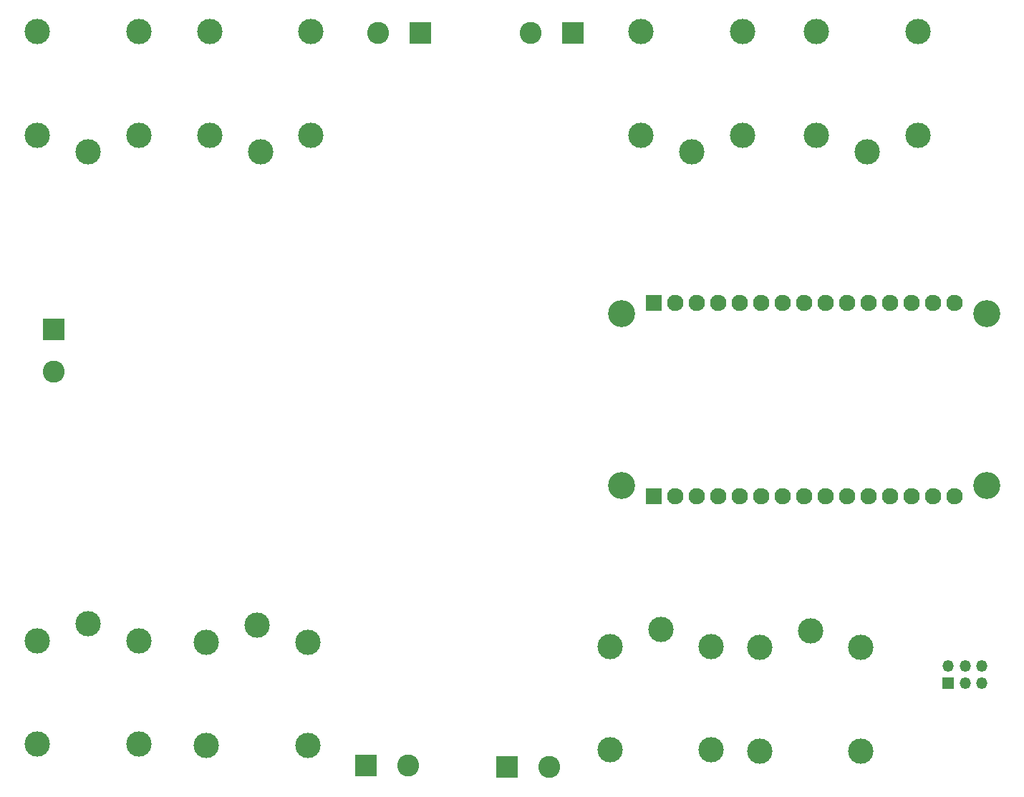
<source format=gbr>
%TF.GenerationSoftware,KiCad,Pcbnew,(6.0.7)*%
%TF.CreationDate,2023-07-14T15:56:39+03:30*%
%TF.ProjectId,Linak-controller,4c696e61-6b2d-4636-9f6e-74726f6c6c65,rev?*%
%TF.SameCoordinates,Original*%
%TF.FileFunction,Soldermask,Bot*%
%TF.FilePolarity,Negative*%
%FSLAX46Y46*%
G04 Gerber Fmt 4.6, Leading zero omitted, Abs format (unit mm)*
G04 Created by KiCad (PCBNEW (6.0.7)) date 2023-07-14 15:56:39*
%MOMM*%
%LPD*%
G01*
G04 APERTURE LIST*
%ADD10C,2.600000*%
%ADD11R,2.600000X2.600000*%
%ADD12C,3.000000*%
%ADD13C,3.200000*%
%ADD14R,1.930000X1.930000*%
%ADD15C,1.930000*%
%ADD16R,1.350000X1.350000*%
%ADD17O,1.350000X1.350000*%
G04 APERTURE END LIST*
D10*
%TO.C,J1*%
X70572000Y-31826000D03*
D11*
X75572000Y-31826000D03*
%TD*%
%TO.C,J7*%
X32207000Y-66842000D03*
D10*
X32207000Y-71842000D03*
%TD*%
D12*
%TO.C,K6*%
X103966000Y-102363000D03*
X109966000Y-116563000D03*
X97966000Y-116563000D03*
X97966000Y-104363000D03*
X109966000Y-104363000D03*
%TD*%
D13*
%TO.C,A1*%
X99314000Y-85344000D03*
X142494000Y-65024000D03*
X99314000Y-65024000D03*
X142494000Y-85344000D03*
D14*
X103124000Y-86614000D03*
D15*
X105664000Y-86614000D03*
X108204000Y-86614000D03*
X110744000Y-86614000D03*
X113284000Y-86614000D03*
X115824000Y-86614000D03*
X118364000Y-86614000D03*
X120904000Y-86614000D03*
X123444000Y-86614000D03*
X125984000Y-86614000D03*
X128524000Y-86614000D03*
X131064000Y-86614000D03*
X133604000Y-86614000D03*
X136144000Y-86614000D03*
X138684000Y-86614000D03*
D14*
X103124000Y-63754000D03*
D15*
X105664000Y-63754000D03*
X108204000Y-63754000D03*
X110744000Y-63754000D03*
X113284000Y-63754000D03*
X115824000Y-63754000D03*
X118364000Y-63754000D03*
X120904000Y-63754000D03*
X123444000Y-63754000D03*
X125984000Y-63754000D03*
X128524000Y-63754000D03*
X131064000Y-63754000D03*
X133604000Y-63754000D03*
X136144000Y-63754000D03*
X138684000Y-63754000D03*
%TD*%
D10*
%TO.C,J2*%
X88612000Y-31826000D03*
D11*
X93612000Y-31826000D03*
%TD*%
D12*
%TO.C,K3*%
X101622000Y-43896000D03*
X113622000Y-43896000D03*
X113622000Y-31696000D03*
X101622000Y-31696000D03*
X107622000Y-45896000D03*
%TD*%
D16*
%TO.C,J4*%
X137954000Y-108696000D03*
D17*
X137954000Y-106696000D03*
X139954000Y-108696000D03*
X139954000Y-106696000D03*
X141954000Y-108696000D03*
X141954000Y-106696000D03*
%TD*%
D10*
%TO.C,J6*%
X74128000Y-118415000D03*
D11*
X69128000Y-118415000D03*
%TD*%
D12*
%TO.C,K1*%
X30242000Y-43896000D03*
X42242000Y-43896000D03*
X42242000Y-31696000D03*
X30242000Y-31696000D03*
X36242000Y-45896000D03*
%TD*%
%TO.C,K4*%
X122397000Y-43896000D03*
X134397000Y-43896000D03*
X134397000Y-31696000D03*
X122397000Y-31696000D03*
X128397000Y-45896000D03*
%TD*%
%TO.C,K8*%
X42261000Y-103678000D03*
X30261000Y-103678000D03*
X30261000Y-115878000D03*
X42261000Y-115878000D03*
X36261000Y-101678000D03*
%TD*%
%TO.C,K2*%
X50642000Y-43896000D03*
X62642000Y-43896000D03*
X62642000Y-31696000D03*
X50642000Y-31696000D03*
X56642000Y-45896000D03*
%TD*%
D10*
%TO.C,J5*%
X90776000Y-118623000D03*
D11*
X85776000Y-118623000D03*
%TD*%
D12*
%TO.C,K7*%
X62261000Y-103878000D03*
X50261000Y-103878000D03*
X50261000Y-116078000D03*
X62261000Y-116078000D03*
X56261000Y-101878000D03*
%TD*%
%TO.C,K5*%
X127666000Y-104513000D03*
X115666000Y-104513000D03*
X115666000Y-116713000D03*
X127666000Y-116713000D03*
X121666000Y-102513000D03*
%TD*%
M02*

</source>
